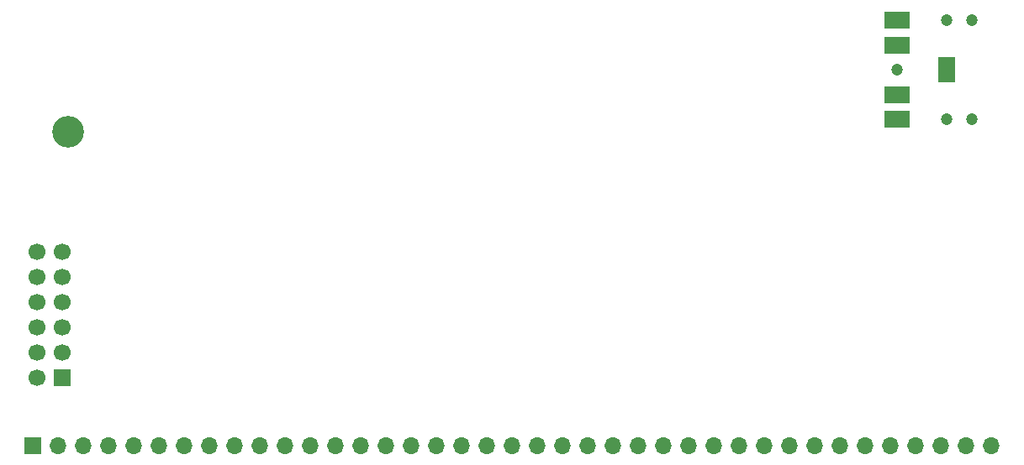
<source format=gbr>
%TF.GenerationSoftware,KiCad,Pcbnew,9.0.1+1*%
%TF.CreationDate,2025-09-01T23:04:51+00:00*%
%TF.ProjectId,rcbus-ymf262,72636275-732d-4796-9d66-3236322e6b69,@version@*%
%TF.SameCoordinates,Original*%
%TF.FileFunction,Soldermask,Bot*%
%TF.FilePolarity,Negative*%
%FSLAX46Y46*%
G04 Gerber Fmt 4.6, Leading zero omitted, Abs format (unit mm)*
G04 Created by KiCad (PCBNEW 9.0.1+1) date 2025-09-01 23:04:51*
%MOMM*%
%LPD*%
G01*
G04 APERTURE LIST*
%ADD10C,1.200000*%
%ADD11R,2.500000X1.800000*%
%ADD12R,1.800000X2.500000*%
%ADD13R,1.700000X1.700000*%
%ADD14C,1.700000*%
%ADD15C,3.200000*%
%ADD16O,1.700000X1.700000*%
G04 APERTURE END LIST*
D10*
%TO.C,CON1*%
X156569000Y-130095000D03*
X156569000Y-120095000D03*
X154069000Y-130095000D03*
X154069000Y-120095000D03*
X149069000Y-125095000D03*
D11*
X149069000Y-130095000D03*
X149069000Y-127595000D03*
D12*
X154069000Y-125095000D03*
D11*
X149069000Y-120095000D03*
X149069000Y-122595000D03*
%TD*%
D13*
%TO.C,JP1*%
X65000000Y-156160000D03*
D14*
X62460000Y-156160000D03*
X65000000Y-153620000D03*
X62460000Y-153620000D03*
X65000000Y-151080000D03*
X62460000Y-151080000D03*
X65000000Y-148540000D03*
X62460000Y-148540000D03*
X65000000Y-146000000D03*
X62460000Y-146000000D03*
X65000000Y-143460000D03*
X62460000Y-143460000D03*
%TD*%
D15*
%TO.C,H1*%
X65532000Y-131382000D03*
%TD*%
D13*
%TO.C,P1*%
X62000000Y-163000000D03*
D16*
X64540000Y-163000000D03*
X67080000Y-163000000D03*
X69620000Y-163000000D03*
X72160000Y-163000000D03*
X74700000Y-163000000D03*
X77240000Y-163000000D03*
X79780000Y-163000000D03*
X82320000Y-163000000D03*
X84860000Y-163000000D03*
X87400000Y-163000000D03*
X89940000Y-163000000D03*
X92480000Y-163000000D03*
X95020000Y-163000000D03*
X97560000Y-163000000D03*
X100100000Y-163000000D03*
X102640000Y-163000000D03*
X105180000Y-163000000D03*
X107720000Y-163000000D03*
X110260000Y-163000000D03*
X112800000Y-163000000D03*
X115340000Y-163000000D03*
X117880000Y-163000000D03*
X120420000Y-163000000D03*
X122960000Y-163000000D03*
X125500000Y-163000000D03*
X128040000Y-163000000D03*
X130580000Y-163000000D03*
X133120000Y-163000000D03*
X135660000Y-163000000D03*
X138200000Y-163000000D03*
X140740000Y-163000000D03*
X143280000Y-163000000D03*
X145820000Y-163000000D03*
X148360000Y-163000000D03*
X150900000Y-163000000D03*
X153440000Y-163000000D03*
X155980000Y-163000000D03*
X158520000Y-163000000D03*
%TD*%
M02*

</source>
